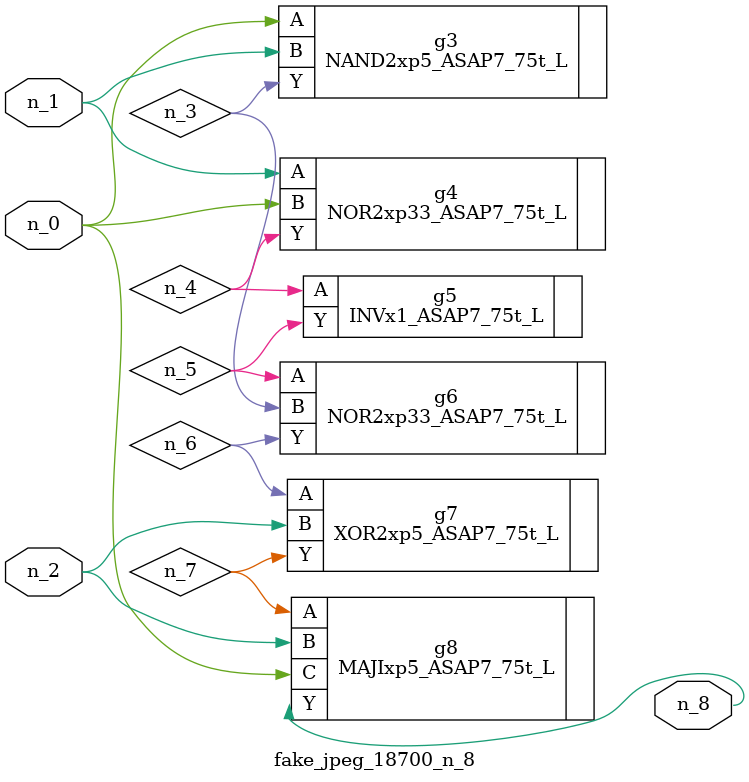
<source format=v>
module fake_jpeg_18700_n_8 (n_0, n_2, n_1, n_8);

input n_0;
input n_2;
input n_1;

output n_8;

wire n_3;
wire n_4;
wire n_6;
wire n_5;
wire n_7;

NAND2xp5_ASAP7_75t_L g3 ( 
.A(n_0),
.B(n_1),
.Y(n_3)
);

NOR2xp33_ASAP7_75t_L g4 ( 
.A(n_1),
.B(n_0),
.Y(n_4)
);

INVx1_ASAP7_75t_L g5 ( 
.A(n_4),
.Y(n_5)
);

NOR2xp33_ASAP7_75t_L g6 ( 
.A(n_5),
.B(n_3),
.Y(n_6)
);

XOR2xp5_ASAP7_75t_L g7 ( 
.A(n_6),
.B(n_2),
.Y(n_7)
);

MAJIxp5_ASAP7_75t_L g8 ( 
.A(n_7),
.B(n_2),
.C(n_0),
.Y(n_8)
);


endmodule
</source>
